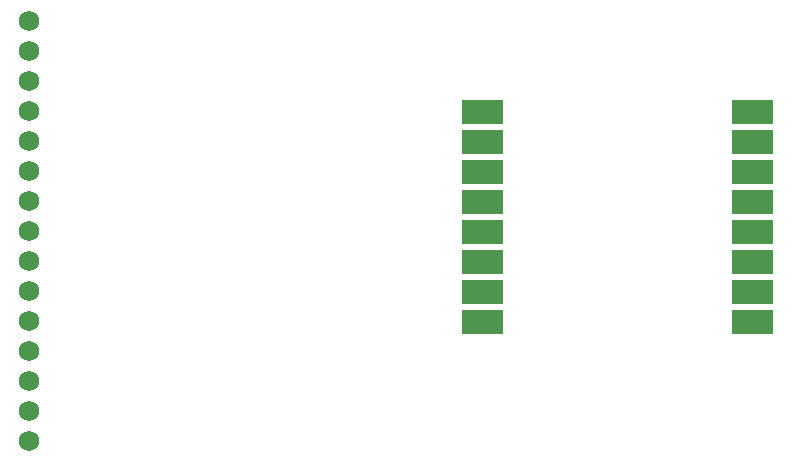
<source format=gts>
G04 Layer: TopSolderMaskLayer*
G04 EasyEDA v6.4.25, 2022-01-12T14:51:12+01:00*
G04 7a201c4e50c24bc0a63e83562ee2f331,e596f8a6ee9548d7bb734fb2f4e531ed,10*
G04 Gerber Generator version 0.2*
G04 Scale: 100 percent, Rotated: No, Reflected: No *
G04 Dimensions in millimeters *
G04 leading zeros omitted , absolute positions ,4 integer and 5 decimal *
%FSLAX45Y45*%
%MOMM*%

%ADD15C,1.7272*%

%LPD*%
D15*
G01*
X1397000Y4013200D03*
G01*
X1397000Y4267200D03*
G01*
X1397000Y4521200D03*
G01*
X1397000Y4775200D03*
G01*
X1397000Y5029200D03*
G01*
X1397000Y5283200D03*
G01*
X1397000Y5537200D03*
G01*
X1397000Y5791200D03*
G01*
X1397000Y6045200D03*
G01*
X1397000Y6299200D03*
G01*
X1397000Y6553200D03*
G01*
X1397000Y6807200D03*
G01*
X1397000Y7061200D03*
G01*
X1397000Y7315200D03*
G01*
X1397000Y7569200D03*
G36*
X7343647Y4914900D02*
G01*
X7343647Y5118100D01*
X7693152Y5118100D01*
X7693152Y4914900D01*
G37*
G36*
X7343647Y5168900D02*
G01*
X7343647Y5372100D01*
X7693152Y5372100D01*
X7693152Y5168900D01*
G37*
G36*
X7343647Y5422900D02*
G01*
X7343647Y5626100D01*
X7693152Y5626100D01*
X7693152Y5422900D01*
G37*
G36*
X7343647Y5676900D02*
G01*
X7343647Y5880100D01*
X7693152Y5880100D01*
X7693152Y5676900D01*
G37*
G36*
X7343647Y5930900D02*
G01*
X7343647Y6134100D01*
X7693152Y6134100D01*
X7693152Y5930900D01*
G37*
G36*
X7343647Y6184900D02*
G01*
X7343647Y6388100D01*
X7693152Y6388100D01*
X7693152Y6184900D01*
G37*
G36*
X7343647Y6438900D02*
G01*
X7343647Y6642100D01*
X7693152Y6642100D01*
X7693152Y6438900D01*
G37*
G36*
X7343647Y6692900D02*
G01*
X7343647Y6896100D01*
X7693152Y6896100D01*
X7693152Y6692900D01*
G37*
G36*
X5057647Y4914900D02*
G01*
X5057647Y5118100D01*
X5407152Y5118100D01*
X5407152Y4914900D01*
G37*
G36*
X5057647Y5168900D02*
G01*
X5057647Y5372100D01*
X5407152Y5372100D01*
X5407152Y5168900D01*
G37*
G36*
X5057647Y5422900D02*
G01*
X5057647Y5626100D01*
X5407152Y5626100D01*
X5407152Y5422900D01*
G37*
G36*
X5057647Y5676900D02*
G01*
X5057647Y5880100D01*
X5407152Y5880100D01*
X5407152Y5676900D01*
G37*
G36*
X5057647Y5930900D02*
G01*
X5057647Y6134100D01*
X5407152Y6134100D01*
X5407152Y5930900D01*
G37*
G36*
X5057647Y6184900D02*
G01*
X5057647Y6388100D01*
X5407152Y6388100D01*
X5407152Y6184900D01*
G37*
G36*
X5057647Y6438900D02*
G01*
X5057647Y6642100D01*
X5407152Y6642100D01*
X5407152Y6438900D01*
G37*
G36*
X5057647Y6692900D02*
G01*
X5057647Y6896100D01*
X5407152Y6896100D01*
X5407152Y6692900D01*
G37*
M02*

</source>
